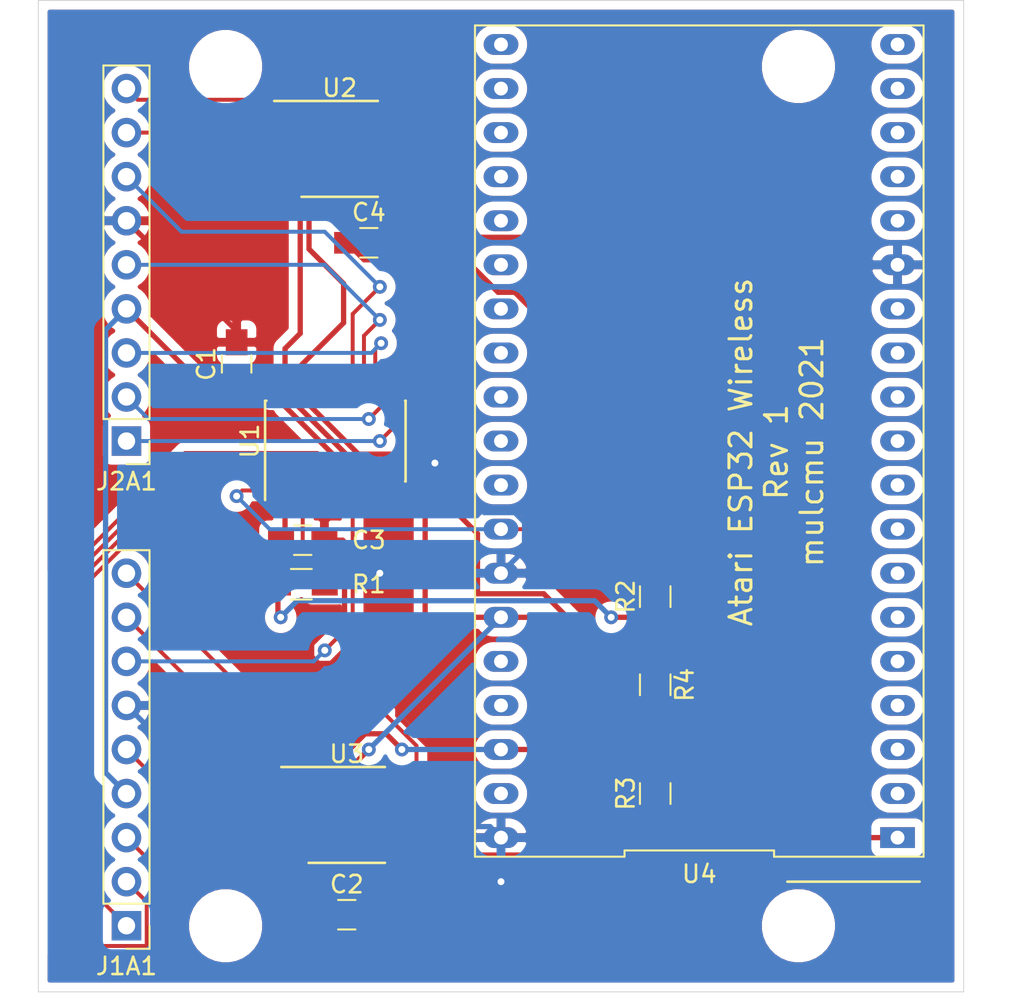
<source format=kicad_pcb>
(kicad_pcb (version 20171130) (host pcbnew "(5.1.9)-1")
  (layers (0 F.Cu signal) (31 B.Cu signal) (34 B.Paste user) (35 F.Paste user) (36 B.SilkS user) (37 F.SilkS user) (38 B.Mask user) (39 F.Mask user) (44 Edge.Cuts user))
  (net 0 "")
  (net 1 /J1_UP)
  (net 2 /J1_DOWN)
  (net 3 /J1_LEFT)
  (net 4 /J1_RIGHT)
  (net 5 /J1_PotB)
  (net 6 /J1_TRIG)
  (net 7 /J1_5V)
  (net 8 GND)
  (net 9 /J1_PotA)
  (net 10 /J2_PotA)
  (net 11 /J2_TRIG)
  (net 12 /J2_PotB)
  (net 13 /J2_RIGHT)
  (net 14 /J2_LEFT)
  (net 15 /J2_DOWN)
  (net 16 /J2_UP)
  (net 17 "Net-(R1-Pad2)")
  (net 18 +3V3)
  (net 19 "Net-(R2-Pad2)")
  (net 20 /SCL)
  (net 21 /SDA)
  (net 22 "Net-(U1-Pad20)")
  (net 23 "Net-(U1-Pad19)")
  (net 24 "Net-(U1-Pad18)")
  (net 25 "Net-(U1-Pad11)")
  (net 26 "Net-(U1-Pad10)")
  (net 27 "Net-(U1-Pad9)")
  (net 28 "Net-(U2-Pad1)")
  (net 29 "Net-(U2-Pad2)")
  (net 30 "Net-(U2-Pad13)")
  (net 31 "Net-(U2-Pad16)")
  (net 32 "Net-(U3-Pad16)")
  (net 33 "Net-(U3-Pad13)")
  (net 34 "Net-(U3-Pad2)")
  (net 35 "Net-(U3-Pad1)")
  (net 36 "Net-(U4-Pad37)")
  (net 37 "Net-(U4-Pad2)")
  (net 38 "Net-(U4-Pad3)")
  (net 39 "Net-(U4-Pad35)")
  (net 40 "Net-(U4-Pad4)")
  (net 41 "Net-(U4-Pad34)")
  (net 42 "Net-(U4-Pad5)")
  (net 43 "Net-(U4-Pad6)")
  (net 44 "Net-(U4-Pad7)")
  (net 45 "Net-(U4-Pad8)")
  (net 46 "Net-(U4-Pad30)")
  (net 47 "Net-(U4-Pad9)")
  (net 48 "Net-(U4-Pad29)")
  (net 49 "Net-(U4-Pad10)")
  (net 50 "Net-(U4-Pad28)")
  (net 51 "Net-(U4-Pad11)")
  (net 52 "Net-(U4-Pad27)")
  (net 53 "Net-(U4-Pad12)")
  (net 54 "Net-(U4-Pad26)")
  (net 55 "Net-(U4-Pad13)")
  (net 56 "Net-(U4-Pad25)")
  (net 57 "Net-(U4-Pad24)")
  (net 58 "Net-(U4-Pad15)")
  (net 59 "Net-(U4-Pad23)")
  (net 60 "Net-(U4-Pad16)")
  (net 61 "Net-(U4-Pad22)")
  (net 62 "Net-(U4-Pad17)")
  (net 63 "Net-(U4-Pad21)")
  (net 64 "Net-(U4-Pad18)")
  (net 65 "Net-(U4-Pad20)")
  (net 66 "Net-(U4-Pad19)")
  (module Mounting_Holes:MountingHole_3.2mm_M3_ISO7380 (layer F.Cu) (at 135.255 71.12)
    (fp_text reference REF** hide)
    (fp_text value MountingHole_3.2mm_M3_ISO7380)
    (pad 1 np_thru_hole circle (at 0 0) (size 3.2 3.2) (drill 3.2) (layers *.Cu *.Mask))
  )
  (module Mounting_Holes:MountingHole_3.2mm_M3_ISO7380 (layer F.Cu) (at 168.275 71.12)
    (fp_text reference REF** hide)
    (fp_text value MountingHole_3.2mm_M3_ISO7380)
    (pad 1 np_thru_hole circle (at 0 0) (size 3.2 3.2) (drill 3.2) (layers *.Cu *.Mask))
  )
  (module Mounting_Holes:MountingHole_3.2mm_M3_ISO7380 (layer F.Cu) (at 135.255 120.65)
    (fp_text reference REF** hide)
    (fp_text value MountingHole_3.2mm_M3_ISO7380)
    (pad 1 np_thru_hole circle (at 0 0) (size 3.2 3.2) (drill 3.2) (layers *.Cu *.Mask))
  )
  (module Mounting_Holes:MountingHole_3.2mm_M3_ISO7380 (layer F.Cu) (at 168.275 120.65)
    (fp_text reference REF** hide)
    (fp_text value MountingHole_3.2mm_M3_ISO7380)
    (pad 1 np_thru_hole circle (at 0 0) (size 3.2 3.2) (drill 3.2) (layers *.Cu *.Mask))
  )
  (module Capacitors_SMD:C_0805_HandSoldering (layer F.Cu) (at 135.89 88.265 90)
    (fp_text reference C1 (at 0 -1.75 90) (layer F.SilkS))
    (fp_text value C)
    (fp_line (start 0.5 -0.85) (end -0.5 -0.85) (layer F.SilkS) (width 0.12))
    (fp_line (start -0.5 0.85) (end 0.5 0.85) (layer F.SilkS) (width 0.12))
    (pad 2 smd rect (at 1.25 0 90) (size 1.5 1.25) (layers F.Cu F.Paste F.Mask) (net 8 GND))
    (pad 1 smd rect (at -1.25 0 90) (size 1.5 1.25) (layers F.Cu F.Paste F.Mask) (net 7 /J1_5V))
  )
  (module Pin_Headers:Pin_Header_Straight_1x09_Pitch2.54mm (layer F.Cu) (at 129.54 120.65 180)
    (fp_text reference J1A1 (at 0 -2.33) (layer F.SilkS))
    (fp_text value Conn_01x09)
    (fp_line (start -1.33 21.65) (end 1.33 21.65) (layer F.SilkS) (width 0.12))
    (fp_line (start -1.33 1.27) (end -1.33 21.65) (layer F.SilkS) (width 0.12))
    (fp_line (start 1.33 1.27) (end 1.33 21.65) (layer F.SilkS) (width 0.12))
    (fp_line (start -1.33 1.27) (end 1.33 1.27) (layer F.SilkS) (width 0.12))
    (fp_line (start -1.33 0) (end -1.33 -1.33) (layer F.SilkS) (width 0.12))
    (fp_line (start -1.33 -1.33) (end 0 -1.33) (layer F.SilkS) (width 0.12))
    (pad 9 thru_hole oval (at 0 20.32 180) (size 1.7 1.7) (drill 1) (layers *.Cu *.Mask) (net 5 /J1_PotB))
    (pad 8 thru_hole oval (at 0 17.78 180) (size 1.7 1.7) (drill 1) (layers *.Cu *.Mask) (net 9 /J1_PotA))
    (pad 7 thru_hole oval (at 0 15.24 180) (size 1.7 1.7) (drill 1) (layers *.Cu *.Mask) (net 4 /J1_RIGHT))
    (pad 6 thru_hole oval (at 0 12.7 180) (size 1.7 1.7) (drill 1) (layers *.Cu *.Mask) (net 8 GND))
    (pad 5 thru_hole oval (at 0 10.16 180) (size 1.7 1.7) (drill 1) (layers *.Cu *.Mask) (net 3 /J1_LEFT))
    (pad 4 thru_hole oval (at 0 7.62 180) (size 1.7 1.7) (drill 1) (layers *.Cu *.Mask) (net 7 /J1_5V))
    (pad 3 thru_hole oval (at 0 5.08 180) (size 1.7 1.7) (drill 1) (layers *.Cu *.Mask) (net 2 /J1_DOWN))
    (pad 2 thru_hole oval (at 0 2.54 180) (size 1.7 1.7) (drill 1) (layers *.Cu *.Mask) (net 6 /J1_TRIG))
    (pad 1 thru_hole rect (at 0 0 180) (size 1.7 1.7) (drill 1) (layers *.Cu *.Mask) (net 1 /J1_UP))
  )
  (module Pin_Headers:Pin_Header_Straight_1x09_Pitch2.54mm (layer F.Cu) (at 129.54 92.71 180)
    (fp_text reference J2A1 (at 0 -2.33) (layer F.SilkS))
    (fp_text value Conn_01x09)
    (fp_line (start -1.33 -1.33) (end 0 -1.33) (layer F.SilkS) (width 0.12))
    (fp_line (start -1.33 0) (end -1.33 -1.33) (layer F.SilkS) (width 0.12))
    (fp_line (start -1.33 1.27) (end 1.33 1.27) (layer F.SilkS) (width 0.12))
    (fp_line (start 1.33 1.27) (end 1.33 21.65) (layer F.SilkS) (width 0.12))
    (fp_line (start -1.33 1.27) (end -1.33 21.65) (layer F.SilkS) (width 0.12))
    (fp_line (start -1.33 21.65) (end 1.33 21.65) (layer F.SilkS) (width 0.12))
    (pad 1 thru_hole rect (at 0 0 180) (size 1.7 1.7) (drill 1) (layers *.Cu *.Mask) (net 16 /J2_UP))
    (pad 2 thru_hole oval (at 0 2.54 180) (size 1.7 1.7) (drill 1) (layers *.Cu *.Mask) (net 11 /J2_TRIG))
    (pad 3 thru_hole oval (at 0 5.08 180) (size 1.7 1.7) (drill 1) (layers *.Cu *.Mask) (net 15 /J2_DOWN))
    (pad 4 thru_hole oval (at 0 7.62 180) (size 1.7 1.7) (drill 1) (layers *.Cu *.Mask) (net 7 /J1_5V))
    (pad 5 thru_hole oval (at 0 10.16 180) (size 1.7 1.7) (drill 1) (layers *.Cu *.Mask) (net 14 /J2_LEFT))
    (pad 6 thru_hole oval (at 0 12.7 180) (size 1.7 1.7) (drill 1) (layers *.Cu *.Mask) (net 8 GND))
    (pad 7 thru_hole oval (at 0 15.24 180) (size 1.7 1.7) (drill 1) (layers *.Cu *.Mask) (net 13 /J2_RIGHT))
    (pad 8 thru_hole oval (at 0 17.78 180) (size 1.7 1.7) (drill 1) (layers *.Cu *.Mask) (net 10 /J2_PotA))
    (pad 9 thru_hole oval (at 0 20.32 180) (size 1.7 1.7) (drill 1) (layers *.Cu *.Mask) (net 12 /J2_PotB))
  )
  (module Resistors_SMD:R_0805_HandSoldering (layer F.Cu) (at 139.62 100.965)
    (fp_text reference R1 (at 3.89 0) (layer F.SilkS))
    (fp_text value R)
    (fp_line (start 0.6 0.88) (end -0.6 0.88) (layer F.SilkS) (width 0.12))
    (fp_line (start -0.6 -0.88) (end 0.6 -0.88) (layer F.SilkS) (width 0.12))
    (pad 2 smd rect (at 1.35 0) (size 1.5 1.3) (layers F.Cu F.Paste F.Mask) (net 17 "Net-(R1-Pad2)"))
    (pad 1 smd rect (at -1.35 0) (size 1.5 1.3) (layers F.Cu F.Paste F.Mask) (net 18 +3V3))
  )
  (module Resistors_SMD:R_0805_HandSoldering (layer F.Cu) (at 160.02 101.68 90)
    (fp_text reference R2 (at 0 -1.7 90) (layer F.SilkS))
    (fp_text value R)
    (fp_line (start -0.6 -0.88) (end 0.6 -0.88) (layer F.SilkS) (width 0.12))
    (fp_line (start 0.6 0.88) (end -0.6 0.88) (layer F.SilkS) (width 0.12))
    (pad 1 smd rect (at -1.35 0 90) (size 1.5 1.3) (layers F.Cu F.Paste F.Mask) (net 18 +3V3))
    (pad 2 smd rect (at 1.35 0 90) (size 1.5 1.3) (layers F.Cu F.Paste F.Mask) (net 19 "Net-(R2-Pad2)"))
  )
  (module Resistors_SMD:R_0805_HandSoldering (layer F.Cu) (at 160.02 113.03 90)
    (fp_text reference R3 (at 0 -1.7 90) (layer F.SilkS))
    (fp_text value R)
    (fp_line (start 0.6 0.88) (end -0.6 0.88) (layer F.SilkS) (width 0.12))
    (fp_line (start -0.6 -0.88) (end 0.6 -0.88) (layer F.SilkS) (width 0.12))
    (pad 2 smd rect (at 1.35 0 90) (size 1.5 1.3) (layers F.Cu F.Paste F.Mask) (net 20 /SCL))
    (pad 1 smd rect (at -1.35 0 90) (size 1.5 1.3) (layers F.Cu F.Paste F.Mask) (net 18 +3V3))
  )
  (module Resistors_SMD:R_0805_HandSoldering (layer F.Cu) (at 160.02 106.76 270)
    (fp_text reference R4 (at 0 -1.7 90) (layer F.SilkS))
    (fp_text value R)
    (fp_line (start -0.6 -0.88) (end 0.6 -0.88) (layer F.SilkS) (width 0.12))
    (fp_line (start 0.6 0.88) (end -0.6 0.88) (layer F.SilkS) (width 0.12))
    (pad 1 smd rect (at -1.35 0 270) (size 1.5 1.3) (layers F.Cu F.Paste F.Mask) (net 18 +3V3))
    (pad 2 smd rect (at 1.35 0 270) (size 1.5 1.3) (layers F.Cu F.Paste F.Mask) (net 21 /SDA))
  )
  (module Housings_SSOP:TSSOP-24_4.4x7.8mm_Pitch0.65mm (layer F.Cu) (at 141.605 92.71 90)
    (fp_text reference U1 (at 0 -4.95 90) (layer F.SilkS))
    (fp_text value PCAL6416APW)
    (fp_line (start 2.325 -4.025) (end 2.325 -4) (layer F.SilkS) (width 0.15))
    (fp_line (start 2.325 4.025) (end 2.325 4) (layer F.SilkS) (width 0.15))
    (fp_line (start -2.325 4.025) (end -2.325 4) (layer F.SilkS) (width 0.15))
    (fp_line (start -3.4 -4.075) (end 2.325 -4.075) (layer F.SilkS) (width 0.15))
    (fp_line (start -2.325 4.025) (end 2.325 4.025) (layer F.SilkS) (width 0.15))
    (pad 24 smd rect (at 2.85 -3.575 90) (size 1.1 0.4) (layers F.Cu F.Paste F.Mask) (net 7 /J1_5V))
    (pad 23 smd rect (at 2.85 -2.925 90) (size 1.1 0.4) (layers F.Cu F.Paste F.Mask) (net 21 /SDA))
    (pad 22 smd rect (at 2.85 -2.275 90) (size 1.1 0.4) (layers F.Cu F.Paste F.Mask) (net 20 /SCL))
    (pad 21 smd rect (at 2.85 -1.625 90) (size 1.1 0.4) (layers F.Cu F.Paste F.Mask) (net 8 GND))
    (pad 20 smd rect (at 2.85 -0.975 90) (size 1.1 0.4) (layers F.Cu F.Paste F.Mask) (net 22 "Net-(U1-Pad20)"))
    (pad 19 smd rect (at 2.85 -0.325 90) (size 1.1 0.4) (layers F.Cu F.Paste F.Mask) (net 23 "Net-(U1-Pad19)"))
    (pad 18 smd rect (at 2.85 0.325 90) (size 1.1 0.4) (layers F.Cu F.Paste F.Mask) (net 24 "Net-(U1-Pad18)"))
    (pad 17 smd rect (at 2.85 0.975 90) (size 1.1 0.4) (layers F.Cu F.Paste F.Mask) (net 13 /J2_RIGHT))
    (pad 16 smd rect (at 2.85 1.625 90) (size 1.1 0.4) (layers F.Cu F.Paste F.Mask) (net 14 /J2_LEFT))
    (pad 15 smd rect (at 2.85 2.275 90) (size 1.1 0.4) (layers F.Cu F.Paste F.Mask) (net 15 /J2_DOWN))
    (pad 14 smd rect (at 2.85 2.925 90) (size 1.1 0.4) (layers F.Cu F.Paste F.Mask) (net 11 /J2_TRIG))
    (pad 13 smd rect (at 2.85 3.575 90) (size 1.1 0.4) (layers F.Cu F.Paste F.Mask) (net 16 /J2_UP))
    (pad 12 smd rect (at -2.85 3.575 90) (size 1.1 0.4) (layers F.Cu F.Paste F.Mask) (net 8 GND))
    (pad 11 smd rect (at -2.85 2.925 90) (size 1.1 0.4) (layers F.Cu F.Paste F.Mask) (net 25 "Net-(U1-Pad11)"))
    (pad 10 smd rect (at -2.85 2.275 90) (size 1.1 0.4) (layers F.Cu F.Paste F.Mask) (net 26 "Net-(U1-Pad10)"))
    (pad 9 smd rect (at -2.85 1.625 90) (size 1.1 0.4) (layers F.Cu F.Paste F.Mask) (net 27 "Net-(U1-Pad9)"))
    (pad 8 smd rect (at -2.85 0.975 90) (size 1.1 0.4) (layers F.Cu F.Paste F.Mask) (net 4 /J1_RIGHT))
    (pad 7 smd rect (at -2.85 0.325 90) (size 1.1 0.4) (layers F.Cu F.Paste F.Mask) (net 3 /J1_LEFT))
    (pad 6 smd rect (at -2.85 -0.325 90) (size 1.1 0.4) (layers F.Cu F.Paste F.Mask) (net 2 /J1_DOWN))
    (pad 5 smd rect (at -2.85 -0.975 90) (size 1.1 0.4) (layers F.Cu F.Paste F.Mask) (net 6 /J1_TRIG))
    (pad 4 smd rect (at -2.85 -1.625 90) (size 1.1 0.4) (layers F.Cu F.Paste F.Mask) (net 1 /J1_UP))
    (pad 3 smd rect (at -2.85 -2.275 90) (size 1.1 0.4) (layers F.Cu F.Paste F.Mask) (net 17 "Net-(R1-Pad2)"))
    (pad 2 smd rect (at -2.85 -2.925 90) (size 1.1 0.4) (layers F.Cu F.Paste F.Mask) (net 18 +3V3))
    (pad 1 smd rect (at -2.85 -3.575 90) (size 1.1 0.4) (layers F.Cu F.Paste F.Mask) (net 19 "Net-(R2-Pad2)"))
  )
  (module Housings_SSOP:TSSOP-16_4.4x5mm_Pitch0.65mm (layer F.Cu) (at 141.83 75.905)
    (fp_text reference U2 (at 0 -3.55) (layer F.SilkS))
    (fp_text value AD5242)
    (fp_line (start -3.775 -2.8) (end 2.2 -2.8) (layer F.SilkS) (width 0.15))
    (fp_line (start -2.2 2.725) (end 2.2 2.725) (layer F.SilkS) (width 0.15))
    (pad 1 smd rect (at -2.95 -2.275) (size 1.5 0.45) (layers F.Cu F.Paste F.Mask) (net 28 "Net-(U2-Pad1)"))
    (pad 2 smd rect (at -2.95 -1.625) (size 1.5 0.45) (layers F.Cu F.Paste F.Mask) (net 29 "Net-(U2-Pad2)"))
    (pad 3 smd rect (at -2.95 -0.975) (size 1.5 0.45) (layers F.Cu F.Paste F.Mask) (net 10 /J2_PotA))
    (pad 4 smd rect (at -2.95 -0.325) (size 1.5 0.45) (layers F.Cu F.Paste F.Mask) (net 8 GND))
    (pad 5 smd rect (at -2.95 0.325) (size 1.5 0.45) (layers F.Cu F.Paste F.Mask) (net 18 +3V3))
    (pad 6 smd rect (at -2.95 0.975) (size 1.5 0.45) (layers F.Cu F.Paste F.Mask) (net 18 +3V3))
    (pad 7 smd rect (at -2.95 1.625) (size 1.5 0.45) (layers F.Cu F.Paste F.Mask) (net 20 /SCL))
    (pad 8 smd rect (at -2.95 2.275) (size 1.5 0.45) (layers F.Cu F.Paste F.Mask) (net 21 /SDA))
    (pad 9 smd rect (at 2.95 2.275) (size 1.5 0.45) (layers F.Cu F.Paste F.Mask) (net 8 GND))
    (pad 10 smd rect (at 2.95 1.625) (size 1.5 0.45) (layers F.Cu F.Paste F.Mask) (net 8 GND))
    (pad 11 smd rect (at 2.95 0.975) (size 1.5 0.45) (layers F.Cu F.Paste F.Mask) (net 8 GND))
    (pad 12 smd rect (at 2.95 0.325) (size 1.5 0.45) (layers F.Cu F.Paste F.Mask) (net 8 GND))
    (pad 13 smd rect (at 2.95 -0.325) (size 1.5 0.45) (layers F.Cu F.Paste F.Mask) (net 30 "Net-(U2-Pad13)"))
    (pad 14 smd rect (at 2.95 -0.975) (size 1.5 0.45) (layers F.Cu F.Paste F.Mask) (net 8 GND))
    (pad 15 smd rect (at 2.95 -1.625) (size 1.5 0.45) (layers F.Cu F.Paste F.Mask) (net 12 /J2_PotB))
    (pad 16 smd rect (at 2.95 -2.275) (size 1.5 0.45) (layers F.Cu F.Paste F.Mask) (net 31 "Net-(U2-Pad16)"))
  )
  (module Housings_SSOP:TSSOP-16_4.4x5mm_Pitch0.65mm (layer F.Cu) (at 142.24 114.3)
    (fp_text reference U3 (at 0 -3.55) (layer F.SilkS))
    (fp_text value AD5242)
    (fp_line (start -2.2 2.725) (end 2.2 2.725) (layer F.SilkS) (width 0.15))
    (fp_line (start -3.775 -2.8) (end 2.2 -2.8) (layer F.SilkS) (width 0.15))
    (pad 16 smd rect (at 2.95 -2.275) (size 1.5 0.45) (layers F.Cu F.Paste F.Mask) (net 32 "Net-(U3-Pad16)"))
    (pad 15 smd rect (at 2.95 -1.625) (size 1.5 0.45) (layers F.Cu F.Paste F.Mask) (net 5 /J1_PotB))
    (pad 14 smd rect (at 2.95 -0.975) (size 1.5 0.45) (layers F.Cu F.Paste F.Mask) (net 8 GND))
    (pad 13 smd rect (at 2.95 -0.325) (size 1.5 0.45) (layers F.Cu F.Paste F.Mask) (net 33 "Net-(U3-Pad13)"))
    (pad 12 smd rect (at 2.95 0.325) (size 1.5 0.45) (layers F.Cu F.Paste F.Mask) (net 8 GND))
    (pad 11 smd rect (at 2.95 0.975) (size 1.5 0.45) (layers F.Cu F.Paste F.Mask) (net 8 GND))
    (pad 10 smd rect (at 2.95 1.625) (size 1.5 0.45) (layers F.Cu F.Paste F.Mask) (net 18 +3V3))
    (pad 9 smd rect (at 2.95 2.275) (size 1.5 0.45) (layers F.Cu F.Paste F.Mask) (net 18 +3V3))
    (pad 8 smd rect (at -2.95 2.275) (size 1.5 0.45) (layers F.Cu F.Paste F.Mask) (net 21 /SDA))
    (pad 7 smd rect (at -2.95 1.625) (size 1.5 0.45) (layers F.Cu F.Paste F.Mask) (net 20 /SCL))
    (pad 6 smd rect (at -2.95 0.975) (size 1.5 0.45) (layers F.Cu F.Paste F.Mask) (net 18 +3V3))
    (pad 5 smd rect (at -2.95 0.325) (size 1.5 0.45) (layers F.Cu F.Paste F.Mask) (net 18 +3V3))
    (pad 4 smd rect (at -2.95 -0.325) (size 1.5 0.45) (layers F.Cu F.Paste F.Mask) (net 8 GND))
    (pad 3 smd rect (at -2.95 -0.975) (size 1.5 0.45) (layers F.Cu F.Paste F.Mask) (net 9 /J1_PotA))
    (pad 2 smd rect (at -2.95 -1.625) (size 1.5 0.45) (layers F.Cu F.Paste F.Mask) (net 34 "Net-(U3-Pad2)"))
    (pad 1 smd rect (at -2.95 -2.275) (size 1.5 0.45) (layers F.Cu F.Paste F.Mask) (net 35 "Net-(U3-Pad1)"))
  )
  (module AtariWiiWifi:DIP-38_900_ELL (layer F.Cu) (at 162.56 92.71 90)
    (fp_text reference U4 (at -24.96 0) (layer F.SilkS))
    (fp_text value ESP32)
    (fp_line (start -25.4 5.08) (end -25.4 12.7) (layer F.SilkS) (width 0.15))
    (fp_line (start -23.96 4.309999) (end -23.96 12.929999) (layer F.SilkS) (width 0.12))
    (fp_line (start -23.6 4.309999) (end -23.96 4.309999) (layer F.SilkS) (width 0.12))
    (fp_line (start -23.6 -4.31) (end -23.6 4.309999) (layer F.SilkS) (width 0.12))
    (fp_line (start -23.96 -4.31) (end -23.6 -4.31) (layer F.SilkS) (width 0.12))
    (fp_line (start -23.96 -12.93) (end -23.96 -4.31) (layer F.SilkS) (width 0.12))
    (fp_line (start 23.96 -12.929999) (end -23.96 -12.93) (layer F.SilkS) (width 0.12))
    (fp_line (start 23.96 12.93) (end 23.96 -12.929999) (layer F.SilkS) (width 0.12))
    (fp_line (start -23.96 12.929999) (end 23.96 12.93) (layer F.SilkS) (width 0.12))
    (pad 38 thru_hole oval (at -22.86 -11.43 90) (size 1.2 2) (drill 0.8) (layers *.Cu *.Mask) (net 8 GND))
    (pad 1 thru_hole rect (at -22.86 11.43 90) (size 1.2 2) (drill 0.8) (layers *.Cu *.Mask) (net 18 +3V3))
    (pad 37 thru_hole oval (at -20.32 -11.43 90) (size 1.2 2) (drill 0.8) (layers *.Cu *.Mask) (net 36 "Net-(U4-Pad37)"))
    (pad 2 thru_hole oval (at -20.32 11.43 90) (size 1.2 2) (drill 0.8) (layers *.Cu *.Mask) (net 37 "Net-(U4-Pad2)"))
    (pad 36 thru_hole oval (at -17.78 -11.43 90) (size 1.2 2) (drill 0.8) (layers *.Cu *.Mask) (net 20 /SCL))
    (pad 3 thru_hole oval (at -17.78 11.43 90) (size 1.2 2) (drill 0.8) (layers *.Cu *.Mask) (net 38 "Net-(U4-Pad3)"))
    (pad 35 thru_hole oval (at -15.24 -11.43 90) (size 1.2 2) (drill 0.8) (layers *.Cu *.Mask) (net 39 "Net-(U4-Pad35)"))
    (pad 4 thru_hole oval (at -15.24 11.43 90) (size 1.2 2) (drill 0.8) (layers *.Cu *.Mask) (net 40 "Net-(U4-Pad4)"))
    (pad 34 thru_hole oval (at -12.7 -11.43 90) (size 1.2 2) (drill 0.8) (layers *.Cu *.Mask) (net 41 "Net-(U4-Pad34)"))
    (pad 5 thru_hole oval (at -12.7 11.43 90) (size 1.2 2) (drill 0.8) (layers *.Cu *.Mask) (net 42 "Net-(U4-Pad5)"))
    (pad 33 thru_hole oval (at -10.16 -11.43 90) (size 1.2 2) (drill 0.8) (layers *.Cu *.Mask) (net 21 /SDA))
    (pad 6 thru_hole oval (at -10.16 11.43 90) (size 1.2 2) (drill 0.8) (layers *.Cu *.Mask) (net 43 "Net-(U4-Pad6)"))
    (pad 32 thru_hole oval (at -7.62 -11.43 90) (size 1.2 2) (drill 0.8) (layers *.Cu *.Mask) (net 8 GND))
    (pad 7 thru_hole oval (at -7.62 11.43 90) (size 1.2 2) (drill 0.8) (layers *.Cu *.Mask) (net 44 "Net-(U4-Pad7)"))
    (pad 31 thru_hole oval (at -5.08 -11.43 90) (size 1.2 2) (drill 0.8) (layers *.Cu *.Mask) (net 19 "Net-(R2-Pad2)"))
    (pad 8 thru_hole oval (at -5.08 11.43 90) (size 1.2 2) (drill 0.8) (layers *.Cu *.Mask) (net 45 "Net-(U4-Pad8)"))
    (pad 30 thru_hole oval (at -2.54 -11.43 90) (size 1.2 2) (drill 0.8) (layers *.Cu *.Mask) (net 46 "Net-(U4-Pad30)"))
    (pad 9 thru_hole oval (at -2.54 11.43 90) (size 1.2 2) (drill 0.8) (layers *.Cu *.Mask) (net 47 "Net-(U4-Pad9)"))
    (pad 29 thru_hole oval (at 0 -11.43 90) (size 1.2 2) (drill 0.8) (layers *.Cu *.Mask) (net 48 "Net-(U4-Pad29)"))
    (pad 10 thru_hole oval (at 0 11.43 90) (size 1.2 2) (drill 0.8) (layers *.Cu *.Mask) (net 49 "Net-(U4-Pad10)"))
    (pad 28 thru_hole oval (at 2.54 -11.43 90) (size 1.2 2) (drill 0.8) (layers *.Cu *.Mask) (net 50 "Net-(U4-Pad28)"))
    (pad 11 thru_hole oval (at 2.54 11.43 90) (size 1.2 2) (drill 0.8) (layers *.Cu *.Mask) (net 51 "Net-(U4-Pad11)"))
    (pad 27 thru_hole oval (at 5.08 -11.43 90) (size 1.2 2) (drill 0.8) (layers *.Cu *.Mask) (net 52 "Net-(U4-Pad27)"))
    (pad 12 thru_hole oval (at 5.08 11.43 90) (size 1.2 2) (drill 0.8) (layers *.Cu *.Mask) (net 53 "Net-(U4-Pad12)"))
    (pad 26 thru_hole oval (at 7.62 -11.43 90) (size 1.2 2) (drill 0.8) (layers *.Cu *.Mask) (net 54 "Net-(U4-Pad26)"))
    (pad 13 thru_hole oval (at 7.62 11.43 90) (size 1.2 2) (drill 0.8) (layers *.Cu *.Mask) (net 55 "Net-(U4-Pad13)"))
    (pad 25 thru_hole oval (at 10.16 -11.43 90) (size 1.2 2) (drill 0.8) (layers *.Cu *.Mask) (net 56 "Net-(U4-Pad25)"))
    (pad 14 thru_hole oval (at 10.16 11.43 90) (size 1.2 2) (drill 0.8) (layers *.Cu *.Mask) (net 8 GND))
    (pad 24 thru_hole oval (at 12.7 -11.43 90) (size 1.2 2) (drill 0.8) (layers *.Cu *.Mask) (net 57 "Net-(U4-Pad24)"))
    (pad 15 thru_hole oval (at 12.7 11.43 90) (size 1.2 2) (drill 0.8) (layers *.Cu *.Mask) (net 58 "Net-(U4-Pad15)"))
    (pad 23 thru_hole oval (at 15.24 -11.43 90) (size 1.2 2) (drill 0.8) (layers *.Cu *.Mask) (net 59 "Net-(U4-Pad23)"))
    (pad 16 thru_hole oval (at 15.24 11.43 90) (size 1.2 2) (drill 0.8) (layers *.Cu *.Mask) (net 60 "Net-(U4-Pad16)"))
    (pad 22 thru_hole oval (at 17.78 -11.43 90) (size 1.2 2) (drill 0.8) (layers *.Cu *.Mask) (net 61 "Net-(U4-Pad22)"))
    (pad 17 thru_hole oval (at 17.78 11.43 90) (size 1.2 2) (drill 0.8) (layers *.Cu *.Mask) (net 62 "Net-(U4-Pad17)"))
    (pad 21 thru_hole oval (at 20.32 -11.43 90) (size 1.2 2) (drill 0.8) (layers *.Cu *.Mask) (net 63 "Net-(U4-Pad21)"))
    (pad 18 thru_hole oval (at 20.32 11.43 90) (size 1.2 2) (drill 0.8) (layers *.Cu *.Mask) (net 64 "Net-(U4-Pad18)"))
    (pad 20 thru_hole oval (at 22.86 -11.43 90) (size 1.2 2) (drill 0.8) (layers *.Cu *.Mask) (net 65 "Net-(U4-Pad20)"))
    (pad 19 thru_hole oval (at 22.86 11.43 90) (size 1.2 2) (drill 0.8) (layers *.Cu *.Mask) (net 66 "Net-(U4-Pad19)"))
  )
  (module Capacitors_SMD:C_0805_HandSoldering (layer F.Cu) (at 142.24 120.015)
    (fp_text reference C2 (at 0 -1.75) (layer F.SilkS))
    (fp_text value C)
    (fp_line (start -0.5 0.85) (end 0.5 0.85) (layer F.SilkS) (width 0.12))
    (fp_line (start 0.5 -0.85) (end -0.5 -0.85) (layer F.SilkS) (width 0.12))
    (pad 1 smd rect (at -1.25 0) (size 1.5 1.25) (layers F.Cu F.Paste F.Mask) (net 18 +3V3))
    (pad 2 smd rect (at 1.25 0) (size 1.5 1.25) (layers F.Cu F.Paste F.Mask) (net 8 GND))
  )
  (module Capacitors_SMD:C_0805_HandSoldering (layer F.Cu) (at 139.7 98.425)
    (fp_text reference C3 (at 3.81 0) (layer F.SilkS))
    (fp_text value C)
    (fp_line (start 0.5 -0.85) (end -0.5 -0.85) (layer F.SilkS) (width 0.12))
    (fp_line (start -0.5 0.85) (end 0.5 0.85) (layer F.SilkS) (width 0.12))
    (pad 2 smd rect (at 1.25 0) (size 1.5 1.25) (layers F.Cu F.Paste F.Mask) (net 8 GND))
    (pad 1 smd rect (at -1.25 0) (size 1.5 1.25) (layers F.Cu F.Paste F.Mask) (net 18 +3V3))
  )
  (module Capacitors_SMD:C_0805_HandSoldering (layer F.Cu) (at 143.51 81.28)
    (fp_text reference C4 (at 0 -1.75) (layer F.SilkS))
    (fp_text value C)
    (fp_line (start -0.5 0.85) (end 0.5 0.85) (layer F.SilkS) (width 0.12))
    (fp_line (start 0.5 -0.85) (end -0.5 -0.85) (layer F.SilkS) (width 0.12))
    (pad 1 smd rect (at -1.25 0) (size 1.5 1.25) (layers F.Cu F.Paste F.Mask) (net 18 +3V3))
    (pad 2 smd rect (at 1.25 0) (size 1.5 1.25) (layers F.Cu F.Paste F.Mask) (net 8 GND))
  )
  (gr_text "Atari ESP32 Wireless\nRev 1\nmulcmu 2021" (at 167.005 93.345 90) (layer F.SilkS) (effects (font (size 1.27 1.27) (thickness 0.1778))))
  (gr_line (start 177.8 124.46) (end 177.8 67.31) (layer Edge.Cuts) (width 0.05))
  (gr_line (start 124.46 124.46) (end 177.8 124.46) (layer Edge.Cuts) (width 0.05))
  (gr_line (start 124.46 67.31) (end 124.46 124.46) (layer Edge.Cuts) (width 0.05))
  (gr_line (start 177.8 67.31) (end 124.46 67.31) (layer Edge.Cuts) (width 0.05))
  (segment (start 127.431811 100.710289) (end 127.431811 118.541811) (width 0.2286) (layer F.Cu) (net 1))
  (segment (start 139.8911 94.6925) (end 133.4496 94.6925) (width 0.2286) (layer F.Cu) (net 1))
  (segment (start 133.4496 94.6925) (end 127.431811 100.710289) (width 0.2286) (layer F.Cu) (net 1))
  (segment (start 139.98 94.7814) (end 139.8911 94.6925) (width 0.2286) (layer F.Cu) (net 1))
  (segment (start 127.431811 118.541811) (end 129.54 120.65) (width 0.2286) (layer F.Cu) (net 1))
  (segment (start 139.98 95.56) (end 139.98 94.7814) (width 0.2286) (layer F.Cu) (net 1))
  (segment (start 131.13931 117.16931) (end 129.54 115.57) (width 0.2286) (layer F.Cu) (net 2))
  (segment (start 130.822862 122.24931) (end 131.13931 121.932862) (width 0.2286) (layer F.Cu) (net 2))
  (segment (start 127.32931 122.24931) (end 130.822862 122.24931) (width 0.2286) (layer F.Cu) (net 2))
  (segment (start 126.161811 100.758947) (end 126.161811 121.081811) (width 0.2286) (layer F.Cu) (net 2))
  (segment (start 133.091878 93.82888) (end 126.161811 100.758947) (width 0.2286) (layer F.Cu) (net 2))
  (segment (start 140.32748 93.82888) (end 133.091878 93.82888) (width 0.2286) (layer F.Cu) (net 2))
  (segment (start 131.13931 121.932862) (end 131.13931 117.16931) (width 0.2286) (layer F.Cu) (net 2))
  (segment (start 141.28 94.7814) (end 140.32748 93.82888) (width 0.2286) (layer F.Cu) (net 2))
  (segment (start 126.161811 121.081811) (end 127.32931 122.24931) (width 0.2286) (layer F.Cu) (net 2))
  (segment (start 141.28 95.56) (end 141.28 94.7814) (width 0.2286) (layer F.Cu) (net 2))
  (segment (start 131.571121 122.111723) (end 131.571121 112.521121) (width 0.2286) (layer F.Cu) (net 3))
  (segment (start 126.491121 122.681121) (end 131.001723 122.681121) (width 0.2286) (layer F.Cu) (net 3))
  (segment (start 131.571121 112.521121) (end 129.54 110.49) (width 0.2286) (layer F.Cu) (net 3))
  (segment (start 125.73 121.92) (end 126.491121 122.681121) (width 0.2286) (layer F.Cu) (net 3))
  (segment (start 125.73 100.580086) (end 125.73 121.92) (width 0.2286) (layer F.Cu) (net 3))
  (segment (start 132.913017 93.397069) (end 125.73 100.580086) (width 0.2286) (layer F.Cu) (net 3))
  (segment (start 140.545669 93.397069) (end 132.913017 93.397069) (width 0.2286) (layer F.Cu) (net 3))
  (segment (start 141.93 94.7814) (end 140.545669 93.397069) (width 0.2286) (layer F.Cu) (net 3))
  (segment (start 131.001723 122.681121) (end 131.571121 122.111723) (width 0.2286) (layer F.Cu) (net 3))
  (segment (start 141.93 95.56) (end 141.93 94.7814) (width 0.2286) (layer F.Cu) (net 3))
  (via (at 140.97 104.775) (size 0.8) (drill 0.4) (layers F.Cu B.Cu) (net 4))
  (segment (start 140.335 105.41) (end 140.97 104.775) (width 0.2286) (layer B.Cu) (net 4))
  (segment (start 129.54 105.41) (end 140.335 105.41) (width 0.2286) (layer B.Cu) (net 4))
  (segment (start 142.58 103.165) (end 142.58 95.56) (width 0.2286) (layer F.Cu) (net 4))
  (segment (start 140.97 104.775) (end 142.58 103.165) (width 0.2286) (layer F.Cu) (net 4))
  (segment (start 146.257501 112.586099) (end 146.257501 110.270599) (width 0.2286) (layer F.Cu) (net 5))
  (segment (start 146.1686 112.675) (end 146.257501 112.586099) (width 0.2286) (layer F.Cu) (net 5))
  (segment (start 146.257501 110.270599) (end 143.936902 107.95) (width 0.2286) (layer F.Cu) (net 5))
  (segment (start 145.19 112.675) (end 146.1686 112.675) (width 0.2286) (layer F.Cu) (net 5))
  (segment (start 137.16 107.95) (end 129.54 100.33) (width 0.2286) (layer F.Cu) (net 5))
  (segment (start 143.936902 107.95) (end 137.16 107.95) (width 0.2286) (layer F.Cu) (net 5))
  (segment (start 130.7075 119.2775) (end 129.54 118.11) (width 0.2286) (layer F.Cu) (net 6))
  (segment (start 130.7075 121.754001) (end 130.7075 119.2775) (width 0.2286) (layer F.Cu) (net 6))
  (segment (start 130.644001 121.8175) (end 130.7075 121.754001) (width 0.2286) (layer F.Cu) (net 6))
  (segment (start 128.1675 121.8175) (end 130.644001 121.8175) (width 0.2286) (layer F.Cu) (net 6))
  (segment (start 126.796811 120.446811) (end 128.1675 121.8175) (width 0.2286) (layer F.Cu) (net 6))
  (segment (start 126.796811 100.734618) (end 126.796811 120.446811) (width 0.2286) (layer F.Cu) (net 6))
  (segment (start 133.270739 94.26069) (end 126.796811 100.734618) (width 0.2286) (layer F.Cu) (net 6))
  (segment (start 140.10929 94.26069) (end 133.270739 94.26069) (width 0.2286) (layer F.Cu) (net 6))
  (segment (start 140.63 94.7814) (end 140.10929 94.26069) (width 0.2286) (layer F.Cu) (net 6))
  (segment (start 140.63 95.56) (end 140.63 94.7814) (width 0.2286) (layer F.Cu) (net 6))
  (segment (start 128.334399 111.824399) (end 129.54 113.03) (width 0.3048) (layer B.Cu) (net 7))
  (segment (start 128.334399 86.295601) (end 128.334399 111.824399) (width 0.3048) (layer B.Cu) (net 7))
  (segment (start 129.54 85.09) (end 128.334399 86.295601) (width 0.3048) (layer B.Cu) (net 7))
  (segment (start 129.54 85.09) (end 133.985 89.535) (width 0.3048) (layer F.Cu) (net 7))
  (segment (start 136.505 89.535) (end 136.525 89.515) (width 0.3048) (layer F.Cu) (net 7))
  (segment (start 133.985 89.535) (end 136.505 89.535) (width 0.3048) (layer F.Cu) (net 7))
  (segment (start 137.685 89.515) (end 138.03 89.86) (width 0.3048) (layer F.Cu) (net 7))
  (segment (start 136.525 89.515) (end 137.685 89.515) (width 0.3048) (layer F.Cu) (net 7))
  (segment (start 144.78 76.23) (end 144.78 76.88) (width 0.3048) (layer F.Cu) (net 8))
  (segment (start 144.78 76.88) (end 144.78 77.53) (width 0.3048) (layer F.Cu) (net 8))
  (segment (start 144.78 77.53) (end 144.78 78.18) (width 0.3048) (layer F.Cu) (net 8))
  (segment (start 144.78 81.26) (end 144.76 81.28) (width 0.3048) (layer F.Cu) (net 8))
  (segment (start 138.88 75.58) (end 140.35 75.58) (width 0.3048) (layer F.Cu) (net 8))
  (segment (start 142.95 78.18) (end 144.78 78.18) (width 0.3048) (layer F.Cu) (net 8))
  (segment (start 144.78 74.93) (end 143.51 74.93) (width 0.3048) (layer F.Cu) (net 8))
  (segment (start 143.51 74.93) (end 141.605 76.835) (width 0.3048) (layer F.Cu) (net 8))
  (segment (start 141.605 76.835) (end 142.95 78.18) (width 0.3048) (layer F.Cu) (net 8))
  (segment (start 140.35 75.58) (end 141.605 76.835) (width 0.3048) (layer F.Cu) (net 8))
  (segment (start 149.225 115.57) (end 151.13 115.57) (width 0.3048) (layer F.Cu) (net 8))
  (segment (start 148.93 115.275) (end 149.225 115.57) (width 0.3048) (layer F.Cu) (net 8))
  (segment (start 145.19 114.625) (end 145.19 115.275) (width 0.3048) (layer F.Cu) (net 8))
  (segment (start 145.19 115.275) (end 144.1352 115.275) (width 0.3048) (layer F.Cu) (net 8))
  (segment (start 144.018012 115.157812) (end 144.018012 113.442188) (width 0.3048) (layer F.Cu) (net 8))
  (segment (start 144.018012 113.442188) (end 144.1352 113.325) (width 0.3048) (layer F.Cu) (net 8))
  (segment (start 144.1352 115.275) (end 144.018012 115.157812) (width 0.3048) (layer F.Cu) (net 8))
  (segment (start 144.1352 113.325) (end 145.19 113.325) (width 0.3048) (layer F.Cu) (net 8))
  (segment (start 139.29 113.975) (end 138.105 113.975) (width 0.3048) (layer F.Cu) (net 8))
  (segment (start 132.08 107.95) (end 129.54 107.95) (width 0.3048) (layer F.Cu) (net 8))
  (segment (start 138.105 113.975) (end 132.08 107.95) (width 0.3048) (layer F.Cu) (net 8))
  (segment (start 129.54 80.01) (end 131.445 80.01) (width 0.3048) (layer F.Cu) (net 8))
  (segment (start 135.875 75.58) (end 138.88 75.58) (width 0.3048) (layer F.Cu) (net 8))
  (segment (start 131.445 80.01) (end 135.875 75.58) (width 0.3048) (layer F.Cu) (net 8))
  (segment (start 148.295 111.643545) (end 148.295 115.275) (width 0.3048) (layer F.Cu) (net 8))
  (segment (start 145.18 108.528545) (end 148.295 111.643545) (width 0.3048) (layer F.Cu) (net 8))
  (segment (start 148.295 115.275) (end 148.93 115.275) (width 0.3048) (layer F.Cu) (net 8))
  (segment (start 145.19 115.275) (end 148.295 115.275) (width 0.3048) (layer F.Cu) (net 8))
  (segment (start 173.99 82.55) (end 165.735 82.55) (width 0.3048) (layer B.Cu) (net 8))
  (segment (start 165.735 82.55) (end 162.56 85.725) (width 0.3048) (layer B.Cu) (net 8))
  (segment (start 162.56 85.725) (end 162.56 93.345) (width 0.3048) (layer B.Cu) (net 8))
  (segment (start 155.575 100.33) (end 151.13 100.33) (width 0.3048) (layer B.Cu) (net 8))
  (segment (start 162.56 93.345) (end 155.575 100.33) (width 0.3048) (layer B.Cu) (net 8))
  (via (at 144.145 100.33) (size 0.8) (drill 0.4) (layers F.Cu B.Cu) (net 8))
  (segment (start 151.13 100.33) (end 144.145 100.33) (width 0.3048) (layer B.Cu) (net 8))
  (segment (start 144.945 100.33) (end 145.18 100.095) (width 0.3048) (layer F.Cu) (net 8))
  (segment (start 144.145 100.33) (end 144.945 100.33) (width 0.3048) (layer F.Cu) (net 8))
  (segment (start 145.18 100.095) (end 145.18 108.528545) (width 0.3048) (layer F.Cu) (net 8))
  (segment (start 145.18 95.56) (end 145.18 100.095) (width 0.3048) (layer F.Cu) (net 8))
  (segment (start 144.145 102.71829) (end 144.145 100.33) (width 0.3048) (layer F.Cu) (net 8))
  (segment (start 141.332689 105.530601) (end 144.145 102.71829) (width 0.3048) (layer F.Cu) (net 8))
  (segment (start 140.214399 105.137689) (end 140.607311 105.530601) (width 0.3048) (layer F.Cu) (net 8))
  (segment (start 140.607311 105.530601) (end 141.332689 105.530601) (width 0.3048) (layer F.Cu) (net 8))
  (segment (start 140.214399 104.412311) (end 140.214399 105.137689) (width 0.3048) (layer F.Cu) (net 8))
  (segment (start 142.11009 102.51662) (end 140.214399 104.412311) (width 0.3048) (layer F.Cu) (net 8))
  (segment (start 142.11009 98.53029) (end 142.11009 102.51662) (width 0.3048) (layer F.Cu) (net 8))
  (segment (start 142.0048 98.425) (end 142.11009 98.53029) (width 0.3048) (layer F.Cu) (net 8))
  (segment (start 140.95 98.425) (end 142.0048 98.425) (width 0.3048) (layer F.Cu) (net 8))
  (via (at 151.13 118.11) (size 0.8) (drill 0.4) (layers F.Cu B.Cu) (net 8))
  (segment (start 149.225 120.015) (end 151.13 118.11) (width 0.3048) (layer F.Cu) (net 8))
  (segment (start 143.49 120.015) (end 149.225 120.015) (width 0.3048) (layer F.Cu) (net 8))
  (segment (start 151.13 118.11) (end 151.13 115.57) (width 0.3048) (layer B.Cu) (net 8))
  (via (at 147.32 93.98) (size 0.8) (drill 0.4) (layers F.Cu B.Cu) (net 8))
  (segment (start 146.805601 93.465601) (end 147.32 93.98) (width 0.3048) (layer F.Cu) (net 8))
  (segment (start 142.913953 93.465601) (end 146.805601 93.465601) (width 0.3048) (layer F.Cu) (net 8))
  (segment (start 139.98 90.531648) (end 142.913953 93.465601) (width 0.3048) (layer F.Cu) (net 8))
  (segment (start 139.98 89.86) (end 139.98 90.531648) (width 0.3048) (layer F.Cu) (net 8))
  (segment (start 152.48561 98.97439) (end 151.13 100.33) (width 0.3048) (layer B.Cu) (net 8))
  (segment (start 152.48561 97.394174) (end 152.48561 98.97439) (width 0.3048) (layer B.Cu) (net 8))
  (segment (start 151.925826 96.83439) (end 152.48561 97.394174) (width 0.3048) (layer B.Cu) (net 8))
  (segment (start 150.17439 96.83439) (end 151.925826 96.83439) (width 0.3048) (layer B.Cu) (net 8))
  (segment (start 147.32 93.98) (end 150.17439 96.83439) (width 0.3048) (layer B.Cu) (net 8))
  (segment (start 144.78 80.01) (end 145.73561 80.96561) (width 0.3048) (layer F.Cu) (net 8))
  (segment (start 145.73561 80.96561) (end 157.16561 80.96561) (width 0.3048) (layer F.Cu) (net 8))
  (segment (start 144.78 78.18) (end 144.78 80.01) (width 0.3048) (layer F.Cu) (net 8))
  (segment (start 144.78 80.01) (end 144.78 81.26) (width 0.3048) (layer F.Cu) (net 8))
  (segment (start 158.75 82.55) (end 173.99 82.55) (width 0.3048) (layer F.Cu) (net 8))
  (segment (start 157.16561 80.96561) (end 158.75 82.55) (width 0.3048) (layer F.Cu) (net 8))
  (segment (start 129.54 107.95) (end 136.525 114.935) (width 0.3048) (layer B.Cu) (net 8))
  (segment (start 150.495 114.935) (end 151.13 115.57) (width 0.3048) (layer B.Cu) (net 8))
  (segment (start 136.525 114.935) (end 150.495 114.935) (width 0.3048) (layer B.Cu) (net 8))
  (segment (start 135.89 86.36) (end 135.89 87.015) (width 0.3048) (layer F.Cu) (net 8))
  (segment (start 129.54 80.01) (end 135.89 86.36) (width 0.3048) (layer F.Cu) (net 8))
  (segment (start 138.393498 113.325) (end 133.985 108.916502) (width 0.2286) (layer F.Cu) (net 9))
  (segment (start 139.29 113.325) (end 138.393498 113.325) (width 0.2286) (layer F.Cu) (net 9))
  (segment (start 133.985 107.315) (end 129.54 102.87) (width 0.2286) (layer F.Cu) (net 9))
  (segment (start 133.985 108.916502) (end 133.985 107.315) (width 0.2286) (layer F.Cu) (net 9))
  (segment (start 129.54 74.93) (end 138.88 74.93) (width 0.2286) (layer F.Cu) (net 10))
  (via (at 143.51 91.44) (size 0.8) (drill 0.4) (layers F.Cu B.Cu) (net 11))
  (segment (start 144.53 90.42) (end 143.51 91.44) (width 0.2286) (layer F.Cu) (net 11))
  (segment (start 144.53 89.86) (end 144.53 90.42) (width 0.2286) (layer F.Cu) (net 11))
  (segment (start 130.81 91.44) (end 129.54 90.17) (width 0.2286) (layer B.Cu) (net 11))
  (segment (start 143.51 91.44) (end 130.81 91.44) (width 0.2286) (layer B.Cu) (net 11))
  (segment (start 141.076502 74.28) (end 144.78 74.28) (width 0.2286) (layer F.Cu) (net 12))
  (segment (start 130.187501 73.037501) (end 138.417499 73.037501) (width 0.2286) (layer F.Cu) (net 12))
  (segment (start 129.54 72.39) (end 130.187501 73.037501) (width 0.2286) (layer F.Cu) (net 12))
  (segment (start 138.490751 72.964249) (end 139.760751 72.964249) (width 0.2286) (layer F.Cu) (net 12))
  (segment (start 138.417499 73.037501) (end 138.490751 72.964249) (width 0.2286) (layer F.Cu) (net 12))
  (segment (start 139.760751 72.964249) (end 141.076502 74.28) (width 0.2286) (layer F.Cu) (net 12))
  (via (at 144.145 83.82) (size 0.8) (drill 0.4) (layers F.Cu B.Cu) (net 13))
  (segment (start 142.58 85.385) (end 144.145 83.82) (width 0.2286) (layer F.Cu) (net 13))
  (segment (start 142.58 89.86) (end 142.58 85.385) (width 0.2286) (layer F.Cu) (net 13))
  (segment (start 144.145 83.82) (end 140.97 80.645) (width 0.2286) (layer B.Cu) (net 13))
  (segment (start 132.715 80.645) (end 129.54 77.47) (width 0.2286) (layer B.Cu) (net 13))
  (segment (start 140.97 80.645) (end 132.715 80.645) (width 0.2286) (layer B.Cu) (net 13))
  (segment (start 140.97 82.55) (end 144.145 85.725) (width 0.2286) (layer B.Cu) (net 14))
  (segment (start 143.23 89.86) (end 143.23 86.64) (width 0.2286) (layer F.Cu) (net 14))
  (via (at 144.145 85.725) (size 0.8) (drill 0.4) (layers F.Cu B.Cu) (net 14))
  (segment (start 143.23 86.64) (end 144.145 85.725) (width 0.2286) (layer F.Cu) (net 14))
  (segment (start 129.54 82.55) (end 140.97 82.55) (width 0.2286) (layer B.Cu) (net 14))
  (segment (start 143.88 87.408756) (end 144.219378 87.069378) (width 0.2286) (layer F.Cu) (net 15))
  (segment (start 143.658756 87.63) (end 144.219378 87.069378) (width 0.2286) (layer B.Cu) (net 15))
  (segment (start 143.88 89.86) (end 143.88 87.408756) (width 0.2286) (layer F.Cu) (net 15))
  (segment (start 129.54 87.63) (end 143.658756 87.63) (width 0.2286) (layer B.Cu) (net 15))
  (via (at 144.219378 87.069378) (size 0.8) (drill 0.4) (layers F.Cu B.Cu) (net 15))
  (via (at 144.145 92.71) (size 0.8) (drill 0.4) (layers F.Cu B.Cu) (net 16))
  (segment (start 145.18 91.675) (end 144.145 92.71) (width 0.2286) (layer F.Cu) (net 16))
  (segment (start 145.18 89.86) (end 145.18 91.675) (width 0.2286) (layer F.Cu) (net 16))
  (segment (start 144.145 92.71) (end 129.54 92.71) (width 0.2286) (layer B.Cu) (net 16))
  (segment (start 139.33 96.231502) (end 139.7 96.601502) (width 0.2286) (layer F.Cu) (net 17))
  (segment (start 139.33 95.56) (end 139.33 96.231502) (width 0.2286) (layer F.Cu) (net 17))
  (segment (start 139.7 96.601502) (end 139.7 100.965) (width 0.2286) (layer F.Cu) (net 17))
  (segment (start 139.7 100.965) (end 140.97 100.965) (width 0.2286) (layer F.Cu) (net 17))
  (segment (start 138.88 76.23) (end 138.88 76.88) (width 0.3048) (layer F.Cu) (net 18))
  (segment (start 138.88 76.88) (end 140.38 76.88) (width 0.3048) (layer F.Cu) (net 18))
  (segment (start 142.26 78.76) (end 142.26 81.28) (width 0.3048) (layer F.Cu) (net 18))
  (segment (start 140.38 76.88) (end 142.26 78.76) (width 0.3048) (layer F.Cu) (net 18))
  (segment (start 160.02 114.38) (end 163.91 114.38) (width 0.3048) (layer F.Cu) (net 18))
  (segment (start 165.1 115.57) (end 173.99 115.57) (width 0.3048) (layer F.Cu) (net 18))
  (segment (start 163.91 114.38) (end 165.1 115.57) (width 0.3048) (layer F.Cu) (net 18))
  (segment (start 160.02 103.03) (end 160.02 105.41) (width 0.3048) (layer F.Cu) (net 18))
  (segment (start 160.02 105.41) (end 163.91 109.3) (width 0.3048) (layer F.Cu) (net 18))
  (segment (start 145.19 116.575) (end 159.65 116.575) (width 0.3048) (layer F.Cu) (net 18))
  (segment (start 160.02 116.205) (end 160.02 114.38) (width 0.3048) (layer F.Cu) (net 18))
  (segment (start 159.65 116.575) (end 160.02 116.205) (width 0.3048) (layer F.Cu) (net 18))
  (segment (start 140.99 120.015) (end 140.99 118.09) (width 0.3048) (layer F.Cu) (net 18))
  (segment (start 142.505 116.575) (end 145.19 116.575) (width 0.3048) (layer F.Cu) (net 18))
  (segment (start 140.99 118.09) (end 142.505 116.575) (width 0.3048) (layer F.Cu) (net 18))
  (segment (start 145.19 116.575) (end 145.19 115.925) (width 0.3048) (layer F.Cu) (net 18))
  (segment (start 138.184399 117.209399) (end 140.99 120.015) (width 0.3048) (layer F.Cu) (net 18))
  (segment (start 138.184399 115.325801) (end 138.184399 117.209399) (width 0.3048) (layer F.Cu) (net 18))
  (segment (start 138.2352 115.275) (end 138.184399 115.325801) (width 0.3048) (layer F.Cu) (net 18))
  (segment (start 139.29 115.275) (end 138.2352 115.275) (width 0.3048) (layer F.Cu) (net 18))
  (segment (start 139.29 114.625) (end 139.29 115.275) (width 0.3048) (layer F.Cu) (net 18))
  (segment (start 138.68 98.195) (end 138.68 95.56) (width 0.3048) (layer F.Cu) (net 18))
  (segment (start 138.45 98.425) (end 138.68 98.195) (width 0.3048) (layer F.Cu) (net 18))
  (segment (start 138.27 98.605) (end 138.45 98.425) (width 0.3048) (layer F.Cu) (net 18))
  (segment (start 138.27 100.965) (end 138.27 98.605) (width 0.3048) (layer F.Cu) (net 18))
  (segment (start 163.91 96.118564) (end 163.91 109.775) (width 0.3048) (layer F.Cu) (net 18))
  (segment (start 151.925826 84.13439) (end 163.91 96.118564) (width 0.3048) (layer F.Cu) (net 18))
  (segment (start 150.962954 84.13439) (end 151.925826 84.13439) (width 0.3048) (layer F.Cu) (net 18))
  (segment (start 149.089165 82.260601) (end 150.962954 84.13439) (width 0.3048) (layer F.Cu) (net 18))
  (segment (start 143.240601 82.260601) (end 149.089165 82.260601) (width 0.3048) (layer F.Cu) (net 18))
  (segment (start 142.26 81.28) (end 143.240601 82.260601) (width 0.3048) (layer F.Cu) (net 18))
  (segment (start 163.91 109.775) (end 163.91 114.38) (width 0.3048) (layer F.Cu) (net 18))
  (segment (start 163.91 109.3) (end 163.91 109.775) (width 0.3048) (layer F.Cu) (net 18))
  (via (at 138.43 102.87) (size 0.8) (drill 0.4) (layers F.Cu B.Cu) (net 18))
  (segment (start 138.27 102.71) (end 138.43 102.87) (width 0.3048) (layer F.Cu) (net 18))
  (segment (start 138.27 100.965) (end 138.27 102.71) (width 0.3048) (layer F.Cu) (net 18))
  (segment (start 156.52439 101.91439) (end 157.48 102.87) (width 0.3048) (layer B.Cu) (net 18))
  (segment (start 139.38561 101.91439) (end 156.52439 101.91439) (width 0.3048) (layer B.Cu) (net 18))
  (via (at 157.48 102.87) (size 0.8) (drill 0.4) (layers F.Cu B.Cu) (net 18))
  (segment (start 138.43 102.87) (end 139.38561 101.91439) (width 0.3048) (layer B.Cu) (net 18))
  (segment (start 159.86 102.87) (end 160.02 103.03) (width 0.3048) (layer F.Cu) (net 18))
  (segment (start 157.48 102.87) (end 159.86 102.87) (width 0.3048) (layer F.Cu) (net 18))
  (segment (start 151.13 97.79) (end 159.385 97.79) (width 0.2286) (layer F.Cu) (net 19))
  (segment (start 160.02 98.425) (end 160.02 100.33) (width 0.2286) (layer F.Cu) (net 19))
  (segment (start 159.385 97.79) (end 160.02 98.425) (width 0.2286) (layer F.Cu) (net 19))
  (segment (start 151.13 97.79) (end 137.795 97.79) (width 0.2286) (layer B.Cu) (net 19))
  (via (at 135.89 95.885) (size 0.8) (drill 0.4) (layers F.Cu B.Cu) (net 19))
  (segment (start 137.795 97.79) (end 135.89 95.885) (width 0.2286) (layer B.Cu) (net 19))
  (segment (start 136.215 95.56) (end 135.89 95.885) (width 0.2286) (layer F.Cu) (net 19))
  (segment (start 138.03 95.56) (end 136.215 95.56) (width 0.2286) (layer F.Cu) (net 19))
  (segment (start 151.13 110.49) (end 154.305 110.49) (width 0.3048) (layer F.Cu) (net 20))
  (segment (start 155.495 111.68) (end 160.02 111.68) (width 0.3048) (layer F.Cu) (net 20))
  (segment (start 154.305 110.49) (end 155.495 111.68) (width 0.3048) (layer F.Cu) (net 20))
  (segment (start 160.895965 107.004399) (end 161.29 107.398434) (width 0.3048) (layer F.Cu) (net 20))
  (segment (start 159.085519 107.004399) (end 160.895965 107.004399) (width 0.3048) (layer F.Cu) (net 20))
  (segment (start 149.77439 101.51439) (end 153.59551 101.51439) (width 0.3048) (layer F.Cu) (net 20))
  (segment (start 149.77439 98.045874) (end 149.77439 101.51439) (width 0.3048) (layer F.Cu) (net 20))
  (segment (start 145.874906 94.14639) (end 149.77439 98.045874) (width 0.3048) (layer F.Cu) (net 20))
  (segment (start 153.59551 101.51439) (end 159.085519 107.004399) (width 0.3048) (layer F.Cu) (net 20))
  (segment (start 142.876307 94.146389) (end 145.874906 94.14639) (width 0.3048) (layer F.Cu) (net 20))
  (segment (start 139.33 90.600082) (end 142.876307 94.146389) (width 0.3048) (layer F.Cu) (net 20))
  (segment (start 139.33 89.86) (end 139.33 90.600082) (width 0.3048) (layer F.Cu) (net 20))
  (segment (start 161.29 110.41) (end 160.02 111.68) (width 0.3048) (layer F.Cu) (net 20))
  (segment (start 161.29 107.398434) (end 161.29 110.41) (width 0.3048) (layer F.Cu) (net 20))
  (segment (start 139.9348 77.53) (end 139.985601 77.580801) (width 0.3048) (layer F.Cu) (net 20))
  (segment (start 139.76 77.53) (end 139.9348 77.53) (width 0.3048) (layer F.Cu) (net 20))
  (segment (start 138.88 77.53) (end 139.76 77.53) (width 0.3048) (layer F.Cu) (net 20))
  (segment (start 140.3448 115.925) (end 139.29 115.925) (width 0.3048) (layer F.Cu) (net 20))
  (segment (start 140.615 112.266708) (end 140.615 115.6548) (width 0.3048) (layer F.Cu) (net 20))
  (segment (start 140.615 115.6548) (end 140.3448 115.925) (width 0.3048) (layer F.Cu) (net 20))
  (segment (start 143.296508 109.5852) (end 140.615 112.266708) (width 0.3048) (layer F.Cu) (net 20))
  (via (at 145.415 110.49) (size 0.8) (drill 0.4) (layers F.Cu B.Cu) (net 20))
  (segment (start 144.5102 109.5852) (end 145.415 110.49) (width 0.3048) (layer F.Cu) (net 20))
  (segment (start 143.296508 109.5852) (end 144.5102 109.5852) (width 0.3048) (layer F.Cu) (net 20))
  (segment (start 145.415 110.49) (end 151.13 110.49) (width 0.3048) (layer B.Cu) (net 20))
  (segment (start 139.33 88.621706) (end 142.055601 85.896105) (width 0.3048) (layer F.Cu) (net 20))
  (segment (start 142.055601 83.635601) (end 140.063611 81.643611) (width 0.3048) (layer F.Cu) (net 20))
  (segment (start 140.063611 77.833611) (end 139.76 77.53) (width 0.3048) (layer F.Cu) (net 20))
  (segment (start 142.055601 85.896105) (end 142.055601 83.635601) (width 0.3048) (layer F.Cu) (net 20))
  (segment (start 139.33 89.86) (end 139.33 88.621706) (width 0.3048) (layer F.Cu) (net 20))
  (segment (start 140.063611 81.643611) (end 140.063611 77.833611) (width 0.3048) (layer F.Cu) (net 20))
  (segment (start 160.02 108.11) (end 158.91 108.11) (width 0.3048) (layer F.Cu) (net 21))
  (segment (start 153.67 102.87) (end 151.13 102.87) (width 0.3048) (layer F.Cu) (net 21))
  (segment (start 158.91 108.11) (end 153.67 102.87) (width 0.3048) (layer F.Cu) (net 21))
  (segment (start 146.829918 102.87) (end 151.13 102.87) (width 0.3048) (layer F.Cu) (net 21))
  (segment (start 146.757459 95.747377) (end 146.757459 102.942459) (width 0.3048) (layer F.Cu) (net 21))
  (segment (start 145.664481 94.654399) (end 146.757459 95.747377) (width 0.3048) (layer F.Cu) (net 21))
  (segment (start 142.619599 94.654399) (end 145.664481 94.654399) (width 0.3048) (layer F.Cu) (net 21))
  (segment (start 138.68 90.7148) (end 142.619599 94.654399) (width 0.3048) (layer F.Cu) (net 21))
  (segment (start 138.68 89.86) (end 138.68 90.7148) (width 0.3048) (layer F.Cu) (net 21))
  (segment (start 146.757459 102.942459) (end 146.829918 102.87) (width 0.3048) (layer F.Cu) (net 21))
  (segment (start 139.555601 78.855601) (end 139.555601 86.504399) (width 0.3048) (layer F.Cu) (net 21))
  (segment (start 138.88 78.18) (end 139.555601 78.855601) (width 0.3048) (layer F.Cu) (net 21))
  (segment (start 138.68 87.38) (end 138.68 89.86) (width 0.3048) (layer F.Cu) (net 21))
  (segment (start 139.555601 86.504399) (end 138.68 87.38) (width 0.3048) (layer F.Cu) (net 21))
  (segment (start 143.510004 110.489996) (end 143.510004 110.49) (width 0.3048) (layer B.Cu) (net 21))
  (segment (start 151.13 102.87) (end 143.510004 110.489996) (width 0.3048) (layer B.Cu) (net 21))
  (via (at 143.510004 110.49) (size 0.8) (drill 0.4) (layers F.Cu B.Cu) (net 21))
  (segment (start 143.51 110.490004) (end 143.510004 110.49) (width 0.3048) (layer F.Cu) (net 21))
  (segment (start 141.605 112.395004) (end 143.51 110.490004) (width 0.3048) (layer F.Cu) (net 21))
  (segment (start 141.605 115.653434) (end 141.605 112.395004) (width 0.3048) (layer F.Cu) (net 21))
  (segment (start 140.683434 116.575) (end 141.605 115.653434) (width 0.3048) (layer F.Cu) (net 21))
  (segment (start 139.29 116.575) (end 140.683434 116.575) (width 0.3048) (layer F.Cu) (net 21))
  (zone (net 8) (net_name GND) (layer F.Cu) (connect_pads (clearance 0.508)) (min_thickness 0.254) (fill yes (arc_segments 32) (thermal_gap 0.508) (thermal_bridge_width 0.508))
    (polygon (pts (xy 177.8 124.46) (xy 124.46 124.46) (xy 124.46 67.31) (xy 177.8 67.31)))
  )
  (zone (net 8) (net_name GND) (layer B.Cu) (connect_pads (clearance 0.508)) (min_thickness 0.254) (fill yes (arc_segments 32) (thermal_gap 0.508) (thermal_bridge_width 0.508))
    (polygon (pts (xy 177.8 124.46) (xy 124.46 124.46) (xy 124.46 67.31) (xy 177.8 67.31)))
  )
)
</source>
